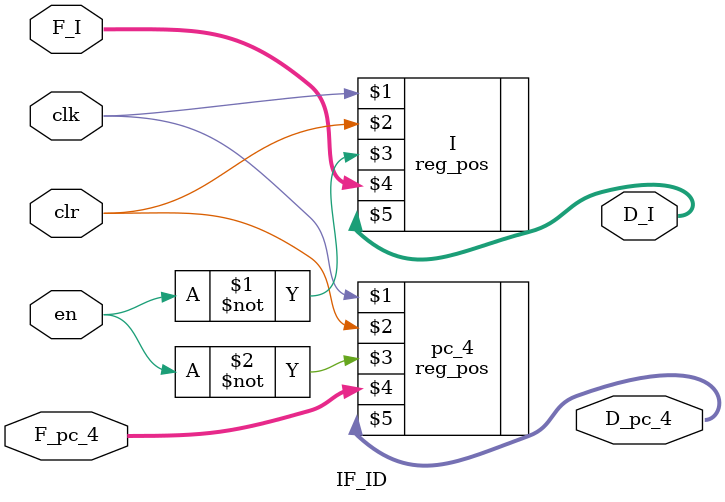
<source format=v>
`timescale 1ns / 1ps

module IF_ID(
	input clk,en,clr,
	input [31:0] F_I,F_pc_4,
	output [31:0] D_I,D_pc_4 
	);
	
	reg_pos I(clk,clr,~en,F_I,D_I);
	reg_pos pc_4(clk,clr,~en,F_pc_4,D_pc_4);

endmodule


</source>
